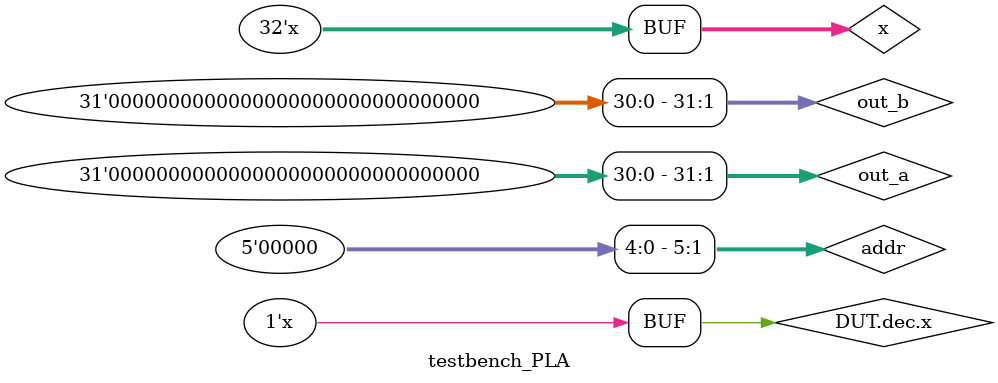
<source format=v>
`timescale 1ns / 1ps

module testbench_PLA;
    // Input
    reg [31 : 0] x;
    initial x <= 0;
    // Outputs
    wire [31 : 0] out_a = DUT.LUT.out_a;
    wire [31 : 0] out_b = DUT.LUT.out_b;
    wire [5 : 0] addr = DUT.addr;
    // Instantiate DUT
    top DUT();
    
    always #6.9 x <= x + 32'h00a00000;
    assign DUT.dec.x = x;
    
endmodule

</source>
